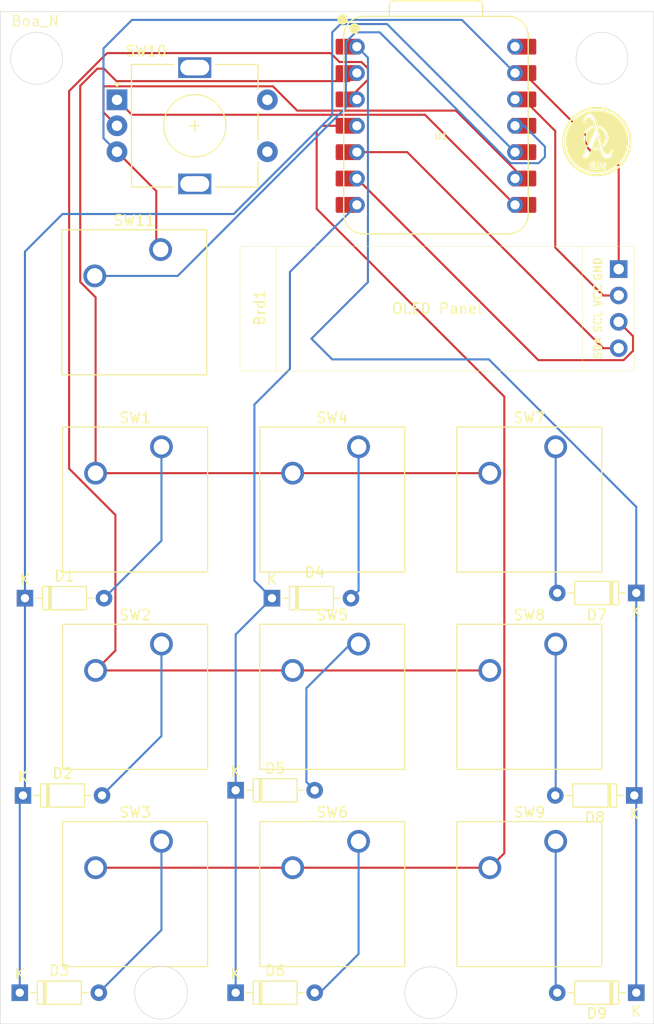
<source format=kicad_pcb>
(kicad_pcb (version 20240108) (generator "pcbnew") (generator_version "8.0")
  (layers (0 "F.Cu" signal) (31 "B.Cu" signal) (34 "B.Paste" user) (35 "F.Paste" user) (36 "B.SilkS" user "B.Silkscreen") (37 "F.SilkS" user "F.Silkscreen") (38 "B.Mask" user) (39 "F.Mask" user) (44 "Edge.Cuts" user))
  (net 0 "")
  (net 1 "Net-(Brd1-GND)")
  (net 2 "Net-(Brd1-SCL)")
  (net 3 "Net-(Brd1-SDA)")
  (net 4 "Net-(Brd1-VCC)")
  (net 5 "Net-(D1-K)")
  (net 6 "Net-(D1-A)")
  (net 7 "Net-(D2-A)")
  (net 8 "Net-(D3-A)")
  (net 9 "Net-(D4-A)")
  (net 10 "Net-(D4-K)")
  (net 11 "Net-(D5-A)")
  (net 12 "Net-(D6-A)")
  (net 13 "Net-(D7-A)")
  (net 14 "Net-(D7-K)")
  (net 15 "Net-(D8-A)")
  (net 16 "Net-(D9-A)")
  (net 17 "Net-(U1-GPIO27{slash}ADC1{slash}A1)")
  (net 18 "Net-(U1-GPIO28{slash}ADC2{slash}A2)")
  (net 19 "Net-(U1-GPIO29{slash}ADC3{slash}A3)")
  (net 20 "Net-(U1-GPIO1{slash}RX)")
  (net 21 "Net-(U1-GPIO2{slash}SCK)")
  (net 23 "Net-(U1-GPIO3{slash}MOSI)")
  (footprint "Button_Switch_Keyboard:SW_Cherry_MX_1.00u_PCB" (layer "F.Cu") (at 61.04 80.42)
    (property "Reference" "SW1" (at -2.54 -2.794 0) (layer "F.SilkS"))
    (property "Value" "SW_Push")
    (pad "" np_thru_hole circle (at -7.62 5.08) (size 1.7 1.7) (drill 1.7) (layers "*.Cu" "*.Mask"))
    (pad "" np_thru_hole circle (at -2.54 5.08) (size 4 4) (drill 4) (layers "*.Cu" "*.Mask"))
    (pad "" np_thru_hole circle (at 2.54 5.08) (size 1.7 1.7) (drill 1.7) (layers "*.Cu" "*.Mask"))
    (pad "1" thru_hole circle (at 0 0) (size 2.2 2.2) (drill 1.5) (layers "*.Cu" "*.Mask") (net 6 "Net-(D1-A)"))
    (pad "2" thru_hole circle (at -6.35 2.54) (size 2.2 2.2) (drill 1.5) (layers "*.Cu" "*.Mask") (net 17 "Net-(U1-GPIO27{slash}ADC1{slash}A1)"))
  )
  (footprint "Button_Switch_Keyboard:SW_Cherry_MX_1.00u_PCB" (layer "F.Cu") (at 99.04 118.42)
    (property "Reference" "SW9" (at -2.54 -2.794 0) (layer "F.SilkS"))
    (property "Value" "SW_Push")
    (pad "" np_thru_hole circle (at -7.62 5.08) (size 1.7 1.7) (drill 1.7) (layers "*.Cu" "*.Mask"))
    (pad "" np_thru_hole circle (at -2.54 5.08) (size 4 4) (drill 4) (layers "*.Cu" "*.Mask"))
    (pad "" np_thru_hole circle (at 2.54 5.08) (size 1.7 1.7) (drill 1.7) (layers "*.Cu" "*.Mask"))
    (pad "1" thru_hole circle (at 0 0) (size 2.2 2.2) (drill 1.5) (layers "*.Cu" "*.Mask") (net 16 "Net-(D9-A)"))
    (pad "2" thru_hole circle (at -6.35 2.54) (size 2.2 2.2) (drill 1.5) (layers "*.Cu" "*.Mask") (net 19 "Net-(U1-GPIO29{slash}ADC3{slash}A3)"))
  )
  (footprint "Diode_THT:D_DO-35_SOD27_P7.62mm_Horizontal" (layer "F.Cu") (at 106.81 94.5 180)
    (property "Reference" "D7" (at 3.81 -2.12 0) (layer "F.SilkS"))
    (property "Value" "D")
    (fp_text user "K" (at 0 -1.8 0) (layer "F.SilkS"))
    (pad "1" thru_hole rect (at 0 0 180) (size 1.6 1.6) (drill 0.8) (layers "*.Cu" "*.Mask") (net 14 "Net-(D7-K)"))
    (pad "2" thru_hole oval (at 7.62 0 180) (size 1.6 1.6) (drill 0.8) (layers "*.Cu" "*.Mask") (net 13 "Net-(D7-A)"))
  )
  (footprint "Rotary_Encoder:RotaryEncoder_Alps_EC11E-Switch_Vertical_H20mm" (layer "F.Cu") (at 56.75 47)
    (property "Reference" "SW10" (at 2.8 -4.7 0) (layer "F.SilkS"))
    (property "Value" "RotaryEncoder")
    (pad "A" thru_hole rect (at 0 0) (size 2 2) (drill 1) (layers "*.Cu" "*.Mask") (net 20 "Net-(U1-GPIO1{slash}RX)"))
    (pad "B" thru_hole circle (at 0 5) (size 2 2) (drill 1) (layers "*.Cu" "*.Mask") (net 1 "Net-(Brd1-GND)"))
    (pad "C" thru_hole circle (at 0 2.5) (size 2 2) (drill 1) (layers "*.Cu" "*.Mask") (net 21 "Net-(U1-GPIO2{slash}SCK)"))
    (pad "MP" thru_hole rect (at 7.5 -3.1) (size 3.2 2) (drill oval 2.8 1.5) (layers "*.Cu" "*.Mask"))
    (pad "MP" thru_hole rect (at 7.5 8.1) (size 3.2 2) (drill oval 2.8 1.5) (layers "*.Cu" "*.Mask"))
    (pad "S1" thru_hole circle (at 14.5 5) (size 2 2) (drill 1) (layers "*.Cu" "*.Mask"))
    (pad "S2" thru_hole circle (at 14.5 0) (size 2 2) (drill 1) (layers "*.Cu" "*.Mask"))
  )
  (footprint "Diode_THT:D_DO-35_SOD27_P7.62mm_Horizontal" (layer "F.Cu") (at 47.88 95)
    (property "Reference" "D1" (at 3.81 -2.12 0) (layer "F.SilkS"))
    (property "Value" "D")
    (fp_text user "K" (at 0 -1.8 0) (layer "F.SilkS"))
    (pad "1" thru_hole rect (at 0 0) (size 1.6 1.6) (drill 0.8) (layers "*.Cu" "*.Mask") (net 5 "Net-(D1-K)"))
    (pad "2" thru_hole oval (at 7.62 0) (size 1.6 1.6) (drill 0.8) (layers "*.Cu" "*.Mask") (net 6 "Net-(D1-A)"))
  )
  (footprint "Button_Switch_Keyboard:SW_Cherry_MX_1.00u_PCB" (layer "F.Cu") (at 80.04 80.42)
    (property "Reference" "SW4" (at -2.54 -2.794 0) (layer "F.SilkS"))
    (property "Value" "SW_Push")
    (pad "" np_thru_hole circle (at -7.62 5.08) (size 1.7 1.7) (drill 1.7) (layers "*.Cu" "*.Mask"))
    (pad "" np_thru_hole circle (at -2.54 5.08) (size 4 4) (drill 4) (layers "*.Cu" "*.Mask"))
    (pad "" np_thru_hole circle (at 2.54 5.08) (size 1.7 1.7) (drill 1.7) (layers "*.Cu" "*.Mask"))
    (pad "1" thru_hole circle (at 0 0) (size 2.2 2.2) (drill 1.5) (layers "*.Cu" "*.Mask") (net 9 "Net-(D4-A)"))
    (pad "2" thru_hole circle (at -6.35 2.54) (size 2.2 2.2) (drill 1.5) (layers "*.Cu" "*.Mask") (net 17 "Net-(U1-GPIO27{slash}ADC1{slash}A1)"))
  )
  (footprint "OPL:XIAO-ESP32C3-DIP" (layer "F.Cu") (at 87.62 49.5)
    (property "Reference" "U1" (at 0.38 1 0) (layer "F.SilkS") (effects (font (size 0.635 0.635) (thickness 0.1016))))
    (property "Value" "XIAO-RP2040-DIP")
    (pad "1" smd roundrect (at -8.575 -7.62 180) (size 2.432 1.524) (layers "F.Cu" "F.Mask") (roundrect_rratio 0.1) (net 14 "Net-(D7-K)"))
    (pad "1" thru_hole circle (at -7.74 -7.62 180) (size 1.524 1.524) (drill 0.889) (layers "*.Cu" "*.Mask") (net 14 "Net-(D7-K)"))
    (pad "2" smd roundrect (at -8.575 -5.08 180) (size 2.432 1.524) (layers "F.Cu" "F.Mask") (roundrect_rratio 0.1) (net 17 "Net-(U1-GPIO27{slash}ADC1{slash}A1)"))
    (pad "2" thru_hole circle (at -7.74 -5.08 180) (size 1.524 1.524) (drill 0.889) (layers "*.Cu" "*.Mask") (net 17 "Net-(U1-GPIO27{slash}ADC1{slash}A1)"))
    (pad "3" smd roundrect (at -8.575 -2.54 180) (size 2.432 1.524) (layers "F.Cu" "F.Mask") (roundrect_rratio 0.1) (net 18 "Net-(U1-GPIO28{slash}ADC2{slash}A2)"))
    (pad "3" thru_hole circle (at -7.74 -2.54 180) (size 1.524 1.524) (drill 0.889) (layers "*.Cu" "*.Mask") (net 18 "Net-(U1-GPIO28{slash}ADC2{slash}A2)"))
    (pad "4" smd roundrect (at -8.575 0 180) (size 2.432 1.524) (layers "F.Cu" "F.Mask") (roundrect_rratio 0.1) (net 19 "Net-(U1-GPIO29{slash}ADC3{slash}A3)"))
    (pad "4" thru_hole circle (at -7.74 0 180) (size 1.524 1.524) (drill 0.889) (layers "*.Cu" "*.Mask") (net 19 "Net-(U1-GPIO29{slash}ADC3{slash}A3)"))
    (pad "5" smd roundrect (at -8.575 2.54 180) (size 2.432 1.524) (layers "F.Cu" "F.Mask") (roundrect_rratio 0.1) (net 3 "Net-(Brd1-SDA)"))
    (pad "5" thru_hole circle (at -7.74 2.54 180) (size 1.524 1.524) (drill 0.889) (layers "*.Cu" "*.Mask") (net 3 "Net-(Brd1-SDA)"))
    (pad "6" smd roundrect (at -8.575 5.08 180) (size 2.432 1.524) (layers "F.Cu" "F.Mask") (roundrect_rratio 0.1) (net 2 "Net-(Brd1-SCL)"))
    (pad "6" thru_hole circle (at -7.74 5.08 180) (size 1.524 1.524) (drill 0.889) (layers "*.Cu" "*.Mask") (net 2 "Net-(Brd1-SCL)"))
    (pad "7" smd roundrect (at -8.575 7.62 180) (size 2.432 1.524) (layers "F.Cu" "F.Mask") (roundrect_rratio 0.1) (net 10 "Net-(D4-K)"))
    (pad "7" thru_hole circle (at -7.74 7.62 180) (size 1.524 1.524) (drill 0.889) (layers "*.Cu" "*.Mask") (net 10 "Net-(D4-K)"))
    (pad "8" thru_hole circle (at 7.5 7.62) (size 1.524 1.524) (drill 0.889) (layers "*.Cu" "*.Mask") (net 20 "Net-(U1-GPIO1{slash}RX)"))
    (pad "8" smd roundrect (at 8.335 7.62) (size 2.432 1.524) (layers "F.Cu" "F.Mask") (roundrect_rratio 0.1) (net 20 "Net-(U1-GPIO1{slash}RX)"))
    (pad "9" thru_hole circle (at 7.5 5.08) (size 1.524 1.524) (drill 0.889) (layers "*.Cu" "*.Mask") (net 21 "Net-(U1-GPIO2{slash}SCK)"))
    (pad "9" smd roundrect (at 8.335 5.08) (size 2.432 1.524) (layers "F.Cu" "F.Mask") (roundrect_rratio 0.1) (net 21 "Net-(U1-GPIO2{slash}SCK)"))
    (pad "10" thru_hole circle (at 7.5 2.54) (size 1.524 1.524) (drill 0.889) (layers "*.Cu" "*.Mask") (net 5 "Net-(D1-K)"))
    (pad "10" smd roundrect (at 8.335 2.54) (size 2.432 1.524) (layers "F.Cu" "F.Mask") (roundrect_rratio 0.1) (net 5 "Net-(D1-K)"))
    (pad "11" thru_hole circle (at 7.5 0) (size 1.524 1.524) (drill 0.889) (layers "*.Cu" "*.Mask") (net 23 "Net-(U1-GPIO3{slash}MOSI)"))
    (pad "11" smd roundrect (at 8.335 0) (size 2.432 1.524) (layers "F.Cu" "F.Mask") (roundrect_rratio 0.1) (net 23 "Net-(U1-GPIO3{slash}MOSI)"))
    (pad "12" thru_hole circle (at 7.5 -2.54) (size 1.524 1.524) (drill 0.889) (layers "*.Cu" "*.Mask") (net 4 "Net-(Brd1-VCC)"))
    (pad "12" smd roundrect (at 8.335 -2.54) (size 2.432 1.524) (layers "F.Cu" "F.Mask") (roundrect_rratio 0.1) (net 4 "Net-(Brd1-VCC)"))
    (pad "13" thru_hole circle (at 7.5 -5.08) (size 1.524 1.524) (drill 0.889) (layers "*.Cu" "*.Mask") (net 1 "Net-(Brd1-GND)"))
    (pad "13" smd roundrect (at 8.335 -5.08) (size 2.432 1.524) (layers "F.Cu" "F.Mask") (roundrect_rratio 0.1) (net 1 "Net-(Brd1-GND)"))
    (pad "14" thru_hole circle (at 7.5 -7.62) (size 1.524 1.524) (drill 0.889) (layers "*.Cu" "*.Mask"))
    (pad "14" smd roundrect (at 8.335 -7.62) (size 2.432 1.524) (layers "F.Cu" "F.Mask") (roundrect_rratio 0.1))
  )
  (footprint "Button_Switch_Keyboard:SW_Cherry_MX_1.00u_PCB" (layer "F.Cu") (at 61.04 118.42)
    (property "Reference" "SW3" (at -2.54 -2.794 0) (layer "F.SilkS"))
    (property "Value" "SW_Push")
    (pad "" np_thru_hole circle (at -7.62 5.08) (size 1.7 1.7) (drill 1.7) (layers "*.Cu" "*.Mask"))
    (pad "" np_thru_hole circle (at -2.54 5.08) (size 4 4) (drill 4) (layers "*.Cu" "*.Mask"))
    (pad "" np_thru_hole circle (at 2.54 5.08) (size 1.7 1.7) (drill 1.7) (layers "*.Cu" "*.Mask"))
    (pad "1" thru_hole circle (at 0 0) (size 2.2 2.2) (drill 1.5) (layers "*.Cu" "*.Mask") (net 8 "Net-(D3-A)"))
    (pad "2" thru_hole circle (at -6.35 2.54) (size 2.2 2.2) (drill 1.5) (layers "*.Cu" "*.Mask") (net 19 "Net-(U1-GPIO29{slash}ADC3{slash}A3)"))
  )
  (footprint "Button_Switch_Keyboard:SW_Cherry_MX_1.00u_PCB" (layer "F.Cu") (at 60.96 61.42)
    (property "Reference" "SW11" (at -2.54 -2.794 0) (layer "F.SilkS"))
    (property "Value" "SW_Push")
    (pad "" np_thru_hole circle (at -7.62 5.08) (size 1.7 1.7) (drill 1.7) (layers "*.Cu" "*.Mask"))
    (pad "" np_thru_hole circle (at -2.54 5.08) (size 4 4) (drill 4) (layers "*.Cu" "*.Mask"))
    (pad "" np_thru_hole circle (at 2.54 5.08) (size 1.7 1.7) (drill 1.7) (layers "*.Cu" "*.Mask"))
    (pad "1" thru_hole circle (at 0 0) (size 2.2 2.2) (drill 1.5) (layers "*.Cu" "*.Mask") (net 1 "Net-(Brd1-GND)"))
    (pad "2" thru_hole circle (at -6.35 2.54) (size 2.2 2.2) (drill 1.5) (layers "*.Cu" "*.Mask") (net 23 "Net-(U1-GPIO3{slash}MOSI)"))
  )
  (footprint "Button_Switch_Keyboard:SW_Cherry_MX_1.00u_PCB" (layer "F.Cu") (at 99.04 80.42)
    (property "Reference" "SW7" (at -2.54 -2.794 0) (layer "F.SilkS"))
    (property "Value" "SW_Push")
    (pad "" np_thru_hole circle (at -7.62 5.08) (size 1.7 1.7) (drill 1.7) (layers "*.Cu" "*.Mask"))
    (pad "" np_thru_hole circle (at -2.54 5.08) (size 4 4) (drill 4) (layers "*.Cu" "*.Mask"))
    (pad "" np_thru_hole circle (at 2.54 5.08) (size 1.7 1.7) (drill 1.7) (layers "*.Cu" "*.Mask"))
    (pad "1" thru_hole circle (at 0 0) (size 2.2 2.2) (drill 1.5) (layers "*.Cu" "*.Mask") (net 13 "Net-(D7-A)"))
    (pad "2" thru_hole circle (at -6.35 2.54) (size 2.2 2.2) (drill 1.5) (layers "*.Cu" "*.Mask") (net 17 "Net-(U1-GPIO27{slash}ADC1{slash}A1)"))
  )
  (footprint "LOGO" (layer "F.Cu") (at 103 51)
    (property "Reference" "G***" (hide yes))
    (property "Value" "LOGO" (hide yes))
  )
  (footprint "Button_Switch_Keyboard:SW_Cherry_MX_1.00u_PCB" (layer "F.Cu") (at 80.04 99.42)
    (property "Reference" "SW5" (at -2.54 -2.794 0) (layer "F.SilkS"))
    (property "Value" "SW_Push")
    (pad "" np_thru_hole circle (at -7.62 5.08) (size 1.7 1.7) (drill 1.7) (layers "*.Cu" "*.Mask"))
    (pad "" np_thru_hole circle (at -2.54 5.08) (size 4 4) (drill 4) (layers "*.Cu" "*.Mask"))
    (pad "" np_thru_hole circle (at 2.54 5.08) (size 1.7 1.7) (drill 1.7) (layers "*.Cu" "*.Mask"))
    (pad "1" thru_hole circle (at 0 0) (size 2.2 2.2) (drill 1.5) (layers "*.Cu" "*.Mask") (net 11 "Net-(D5-A)"))
    (pad "2" thru_hole circle (at -6.35 2.54) (size 2.2 2.2) (drill 1.5) (layers "*.Cu" "*.Mask") (net 18 "Net-(U1-GPIO28{slash}ADC2{slash}A2)"))
  )
  (footprint "Diode_THT:D_DO-35_SOD27_P7.62mm_Horizontal" (layer "F.Cu") (at 106.62 114 180)
    (property "Reference" "D8" (at 3.81 -2.12 0) (layer "F.SilkS"))
    (property "Value" "D")
    (fp_text user "K" (at 0 -1.8 0) (layer "F.SilkS"))
    (pad "1" thru_hole rect (at 0 0 180) (size 1.6 1.6) (drill 0.8) (layers "*.Cu" "*.Mask") (net 14 "Net-(D7-K)"))
    (pad "2" thru_hole oval (at 7.62 0 180) (size 1.6 1.6) (drill 0.8) (layers "*.Cu" "*.Mask") (net 15 "Net-(D8-A)"))
  )
  (footprint "Diode_THT:D_DO-35_SOD27_P7.62mm_Horizontal" (layer "F.Cu") (at 47.38 133)
    (property "Reference" "D3" (at 3.81 -2.12 0) (layer "F.SilkS"))
    (property "Value" "D")
    (fp_text user "K" (at 0 -1.8 0) (layer "F.SilkS"))
    (pad "1" thru_hole rect (at 0 0) (size 1.6 1.6) (drill 0.8) (layers "*.Cu" "*.Mask") (net 5 "Net-(D1-K)"))
    (pad "2" thru_hole oval (at 7.62 0) (size 1.6 1.6) (drill 0.8) (layers "*.Cu" "*.Mask") (net 8 "Net-(D3-A)"))
  )
  (footprint "Button_Switch_Keyboard:SW_Cherry_MX_1.00u_PCB" (layer "F.Cu") (at 61.04 99.42)
    (property "Reference" "SW2" (at -2.54 -2.794 0) (layer "F.SilkS"))
    (property "Value" "SW_Push")
    (pad "" np_thru_hole circle (at -7.62 5.08) (size 1.7 1.7) (drill 1.7) (layers "*.Cu" "*.Mask"))
    (pad "" np_thru_hole circle (at -2.54 5.08) (size 4 4) (drill 4) (layers "*.Cu" "*.Mask"))
    (pad "" np_thru_hole circle (at 2.54 5.08) (size 1.7 1.7) (drill 1.7) (layers "*.Cu" "*.Mask"))
    (pad "1" thru_hole circle (at 0 0) (size 2.2 2.2) (drill 1.5) (layers "*.Cu" "*.Mask") (net 7 "Net-(D2-A)"))
    (pad "2" thru_hole circle (at -6.35 2.54) (size 2.2 2.2) (drill 1.5) (layers "*.Cu" "*.Mask") (net 18 "Net-(U1-GPIO28{slash}ADC2{slash}A2)"))
  )
  (footprint "OLED2:SSD1306-0.91-OLED-4pin-128x32" (layer "F.Cu") (at 68.615 61.115)
    (property "Reference" "Brd1" (at 1.9 5.91 90) (layer "F.SilkS"))
    (property "Value" "SSD1306")
    (fp_text user "OLED Panel" (at 19 6 0) (layer "F.SilkS"))
    (fp_text user "SDA" (at 34.5 9.81 -90) (layer "F.SilkS") (effects (font (size 0.75 0.75))))
    (fp_text user "GND" (at 34.5 2.19 -90) (layer "F.SilkS") (effects (font (size 0.75 0.75))))
    (fp_text user "SCL" (at 34.5 7.27 -90) (layer "F.SilkS") (effects (font (size 0.75 0.75))))
    (fp_text user "VCC" (at 34.5 4.73 -90) (layer "F.SilkS") (effects (font (size 0.75 0.75))))
    (pad "1" thru_hole rect (at 36.5 2.19) (size 1.7 1.7) (drill 1) (layers "*.Cu" "*.Mask") (net 1 "Net-(Brd1-GND)"))
    (pad "2" thru_hole oval (at 36.5 4.73) (size 1.7 1.7) (drill 1) (layers "*.Cu" "*.Mask") (net 4 "Net-(Brd1-VCC)"))
    (pad "3" thru_hole oval (at 36.5 7.27) (size 1.7 1.7) (drill 1) (layers "*.Cu" "*.Mask") (net 2 "Net-(Brd1-SCL)"))
    (pad "4" thru_hole oval (at 36.5 9.81) (size 1.7 1.7) (drill 1) (layers "*.Cu" "*.Mask") (net 3 "Net-(Brd1-SDA)"))
  )
  (footprint "Diode_THT:D_DO-35_SOD27_P7.62mm_Horizontal" (layer "F.Cu") (at 47.69 114)
    (property "Reference" "D2" (at 3.81 -2.12 0) (layer "F.SilkS"))
    (property "Value" "D")
    (fp_text user "K" (at 0 -1.8 0) (layer "F.SilkS"))
    (pad "1" thru_hole rect (at 0 0) (size 1.6 1.6) (drill 0.8) (layers "*.Cu" "*.Mask") (net 5 "Net-(D1-K)"))
    (pad "2" thru_hole oval (at 7.62 0) (size 1.6 1.6) (drill 0.8) (layers "*.Cu" "*.Mask") (net 7 "Net-(D2-A)"))
  )
  (footprint "Diode_THT:D_DO-35_SOD27_P7.62mm_Horizontal" (layer "F.Cu") (at 68.19 133)
    (property "Reference" "D6" (at 3.81 -2.12 0) (layer "F.SilkS"))
    (property "Value" "D")
    (fp_text user "K" (at 0 -1.8 0) (layer "F.SilkS"))
    (pad "1" thru_hole rect (at 0 0) (size 1.6 1.6) (drill 0.8) (layers "*.Cu" "*.Mask") (net 10 "Net-(D4-K)"))
    (pad "2" thru_hole oval (at 7.62 0) (size 1.6 1.6) (drill 0.8) (layers "*.Cu" "*.Mask") (net 12 "Net-(D6-A)"))
  )
  (footprint "Diode_THT:D_DO-35_SOD27_P7.62mm_Horizontal" (layer "F.Cu") (at 68.19 113.5)
    (property "Reference" "D5" (at 3.81 -2.12 0) (layer "F.SilkS"))
    (property "Value" "D")
    (fp_text user "K" (at 0 -1.8 0) (layer "F.SilkS"))
    (pad "1" thru_hole rect (at 0 0) (size 1.6 1.6) (drill 0.8) (layers "*.Cu" "*.Mask") (net 10 "Net-(D4-K)"))
    (pad "2" thru_hole oval (at 7.62 0) (size 1.6 1.6) (drill 0.8) (layers "*.Cu" "*.Mask") (net 11 "Net-(D5-A)"))
  )
  (footprint "Diode_THT:D_DO-35_SOD27_P7.62mm_Horizontal" (layer "F.Cu") (at 71.69 95)
    (property "Reference" "D4" (at 4.12 -2.5 0) (layer "F.SilkS"))
    (property "Value" "D")
    (fp_text user "K" (at 0 -1.8 0) (layer "F.SilkS"))
    (pad "1" thru_hole rect (at 0 0) (size 1.6 1.6) (drill 0.8) (layers "*.Cu" "*.Mask") (net 10 "Net-(D4-K)"))
    (pad "2" thru_hole oval (at 7.62 0) (size 1.6 1.6) (drill 0.8) (layers "*.Cu" "*.Mask") (net 9 "Net-(D4-A)"))
  )
  (footprint "Diode_THT:D_DO-35_SOD27_P7.62mm_Horizontal" (layer "F.Cu") (at 106.81 133 180)
    (property "Reference" "D9" (at 3.81 -2 0) (layer "F.SilkS"))
    (property "Value" "D")
    (fp_text user "K" (at 0 -1.8 0) (layer "F.SilkS"))
    (pad "1" thru_hole rect (at 0 0 180) (size 1.6 1.6) (drill 0.8) (layers "*.Cu" "*.Mask") (net 14 "Net-(D7-K)"))
    (pad "2" thru_hole oval (at 7.62 0 180) (size 1.6 1.6) (drill 0.8) (layers "*.Cu" "*.Mask") (net 16 "Net-(D9-A)"))
  )
  (footprint "Button_Switch_Keyboard:SW_Cherry_MX_1.00u_PCB" (layer "F.Cu") (at 99.04 99.42)
    (property "Reference" "SW8" (at -2.54 -2.794 0) (layer "F.SilkS"))
    (property "Value" "SW_Push")
    (pad "" np_thru_hole circle (at -7.62 5.08) (size 1.7 1.7) (drill 1.7) (layers "*.Cu" "*.Mask"))
    (pad "" np_thru_hole circle (at -2.54 5.08) (size 4 4) (drill 4) (layers "*.Cu" "*.Mask"))
    (pad "" np_thru_hole circle (at 2.54 5.08) (size 1.7 1.7) (drill 1.7) (layers "*.Cu" "*.Mask"))
    (pad "1" thru_hole circle (at 0 0) (size 2.2 2.2) (drill 1.5) (layers "*.Cu" "*.Mask") (net 15 "Net-(D8-A)"))
    (pad "2" thru_hole circle (at -6.35 2.54) (size 2.2 2.2) (drill 1.5) (layers "*.Cu" "*.Mask") (net 18 "Net-(U1-GPIO28{slash}ADC2{slash}A2)"))
  )
  (footprint "Button_Switch_Keyboard:SW_Cherry_MX_1.00u_PCB" (layer "F.Cu") (at 80.04 118.42)
    (property "Reference" "SW6" (at -2.54 -2.794 0) (layer "F.SilkS"))
    (property "Value" "SW_Push")
    (pad "" np_thru_hole circle (at -7.62 5.08) (size 1.7 1.7) (drill 1.7) (layers "*.Cu" "*.Mask"))
    (pad "" np_thru_hole circle (at -2.54 5.08) (size 4 4) (drill 4) (layers "*.Cu" "*.Mask"))
    (pad "" np_thru_hole circle (at 2.54 5.08) (size 1.7 1.7) (drill 1.7) (layers "*.Cu" "*.Mask"))
    (pad "1" thru_hole circle (at 0 0) (size 2.2 2.2) (drill 1.5) (layers "*.Cu" "*.Mask") (net 12 "Net-(D6-A)"))
    (pad "2" thru_hole circle (at -6.35 2.54) (size 2.2 2.2) (drill 1.5) (layers "*.Cu" "*.Mask") (net 19 "Net-(U1-GPIO29{slash}ADC3{slash}A3)"))
  )
  (gr_circle (center 87 133) (end 89.5 133) (stroke (width 0.05)) (fill none) (layer "Edge.Cuts"))
  (gr_circle (center 49 43) (end 50.5 41) (stroke (width 0.05)) (fill none) (layer "Edge.Cuts"))
  (gr_circle (center 103.5 43) (end 105.5 41.5) (stroke (width 0.05)) (fill none) (layer "Edge.Cuts"))
  (gr_rect (start 45.5 38.5) (end 108.5 136) (stroke (width 0.05)) (fill none) (layer "Edge.Cuts"))
  (gr_circle (center 61 133) (end 63.5 132.5) (stroke (width 0.05)) (fill none) (layer "Edge.Cuts"))
  (gr_text "Boa_N" (at 46.5 40 0) (layer "F.SilkS") (effects (font (size 1 1) (thickness 0.1)) (justify left bottom)))
  (segment (start 102 50.465) (end 95.955 44.42) (width 0.2) (layer "F.Cu") (net 1))
  (segment (start 104.538724 52.80728) (end 104.433882 52.782765) (width 0.2) (layer "F.Cu") (net 1))
  (segment (start 105.115 53.33737) (end 105.115 63.305) (width 0.2) (layer "F.Cu") (net 1))
  (segment (start 60.54 61.42) (end 60.54 55.79) (width 0.2) (layer "F.Cu") (net 1))
  (segment (start 103.282765 52.782765) (end 102 51.5) (width 0.2) (layer "F.Cu") (net 1))
  (segment (start 105.115 53.33737) (end 104.589832 52.812202) (width 0.2) (layer "F.Cu") (net 1))
  (segment (start 104.589832 52.812202) (end 104.538724 52.80728) (width 0.2) (layer "F.Cu") (net 1))
  (segment (start 104.433882 52.782765) (end 103.282765 52.782765) (width 0.2) (layer "F.Cu") (net 1))
  (segment (start 95.12 44.42) (end 96.19763 44.42) (width 0.2) (layer "F.Cu") (net 1))
  (segment (start 102 51.5) (end 102 50.465) (width 0.2) (layer "F.Cu") (net 1))
  (segment (start 60.54 55.79) (end 56.75 52) (width 0.2) (layer "F.Cu") (net 1))
  (segment (start 55.45 42.05) (end 58.2 39.3) (width 0.2) (layer "B.Cu") (net 1))
  (segment (start 55.45 50.7) (end 55.45 42.05) (width 0.2) (layer "B.Cu") (net 1))
  (segment (start 56.75 52) (end 55.45 50.7) (width 0.2) (layer "B.Cu") (net 1))
  (segment (start 58.2 39.3) (end 90 39.3) (width 0.2) (layer "B.Cu") (net 1))
  (segment (start 90 39.3) (end 95.12 44.42) (width 0.2) (layer "B.Cu") (net 1))
  (segment (start 106.5 69.77) (end 105.115 68.385) (width 0.2) (layer "F.Cu") (net 2))
  (segment (start 105.591346 72.075) (end 106.5 71.166346) (width 0.2) (layer "F.Cu") (net 2))
  (segment (start 97.375 72.075) (end 79.88 54.58) (width 0.2) (layer "F.Cu") (net 2))
  (segment (start 106.5 71.166346) (end 106.5 69.77) (width 0.2) (layer "F.Cu") (net 2))
  (segment (start 97.375 72.075) (end 105.591346 72.075) (width 0.2) (layer "F.Cu") (net 2))
  (segment (start 79.88 52.04) (end 84.73 52.04) (width 0.2) (layer "F.Cu") (net 3))
  (segment (start 84.73 52.04) (end 103.615 70.925) (width 0.2) (layer "F.Cu") (net 3))
  (segment (start 103.615 70.925) (end 105.115 70.925) (width 0.2) (layer "F.Cu") (net 3))
  (segment (start 103.615 65.845) (end 99 61.23) (width 0.2) (layer "F.Cu") (net 4))
  (segment (start 99 50) (end 98.995 50) (width 0.2) (layer "F.Cu") (net 4))
  (segment (start 103.615 65.845) (end 105.115 65.845) (width 0.2) (layer "F.Cu") (net 4))
  (segment (start 99 61.23) (end 99 50) (width 0.2) (layer "F.Cu") (net 4))
  (segment (start 98.995 50) (end 95.955 46.96) (width 0.2) (layer "F.Cu") (net 4))
  (segment (start 47.38 114.31) (end 47.69 114) (width 0.2) (layer "B.Cu") (net 5))
  (segment (start 82.78 39.7) (end 95.12 52.04) (width 0.2) (layer "B.Cu") (net 5))
  (segment (start 68 58) (end 77.5 48.5) (width 0.2) (layer "B.Cu") (net 5))
  (segment (start 47.88 95) (end 47.88 113.81) (width 0.2) (layer "B.Cu") (net 5))
  (segment (start 47.88 95) (end 47.88 61.62) (width 0.2) (layer "B.Cu") (net 5))
  (segment (start 51.5 58) (end 68 58) (width 0.2) (layer "B.Cu") (net 5))
  (segment (start 77.5 40.5) (end 78.3 39.7) (width 0.2) (layer "B.Cu") (net 5))
  (segment (start 78.3 39.7) (end 82.78 39.7) (width 0.2) (layer "B.Cu") (net 5))
  (segment (start 77.5 48.5) (end 77.5 40.5) (width 0.2) (layer "B.Cu") (net 5))
  (segment (start 47.38 133) (end 47.38 114.31) (width 0.2) (layer "B.Cu") (net 5))
  (segment (start 47.88 113.81) (end 47.69 114) (width 0.2) (layer "B.Cu") (net 5))
  (segment (start 47.88 61.62) (end 51.5 58) (width 0.2) (layer "B.Cu") (net 5))
  (segment (start 61.04 89.46) (end 61.04 80.42) (width 0.2) (layer "B.Cu") (net 6))
  (segment (start 55.5 95) (end 61.04 89.46) (width 0.2) (layer "B.Cu") (net 6))
  (segment (start 61.04 108.27) (end 61.04 99.42) (width 0.2) (layer "B.Cu") (net 7))
  (segment (start 55.31 114) (end 61.04 108.27) (width 0.2) (layer "B.Cu") (net 7))
  (segment (start 55 133) (end 61.04 126.96) (width 0.2) (layer "B.Cu") (net 8))
  (segment (start 61.04 126.96) (end 61.04 118.42) (width 0.2) (layer "B.Cu") (net 8))
  (segment (start 80.04 94.27) (end 80.04 80.42) (width 0.2) (layer "B.Cu") (net 9))
  (segment (start 79.31 95) (end 80.04 94.27) (width 0.2) (layer "B.Cu") (net 9))
  (segment (start 73.423418 63.576582) (end 79.88 57.12) (width 0.2) (layer "B.Cu") (net 10))
  (segment (start 68.19 98.5) (end 71.69 95) (width 0.2) (layer "B.Cu") (net 10))
  (segment (start 73.423418 72.923418) (end 70 76.346837) (width 0.2) (layer "B.Cu") (net 10))
  (segment (start 70 76.346837) (end 70 93.31) (width 0.2) (layer "B.Cu") (net 10))
  (segment (start 68.19 133.5) (end 68.19 113.5) (width 0.2) (layer "B.Cu") (net 10))
  (segment (start 70 93.31) (end 71.69 95) (width 0.2) (layer "B.Cu") (net 10))
  (segment (start 68.19 113.5) (end 68.19 98.5) (width 0.2) (layer "B.Cu") (net 10))
  (segment (start 73.423418 72.923418) (end 73.423418 63.576582) (width 0.2) (layer "B.Cu") (net 10))
  (segment (start 79.256598 99.42) (end 80.04 99.42) (width 0.2) (layer "B.Cu") (net 11))
  (segment (start 75.010001 103.666597) (end 79.256598 99.42) (width 0.2) (layer "B.Cu") (net 11))
  (segment (start 75.81 113.5) (end 75.010001 112.700001) (width 0.2) (layer "B.Cu") (net 11))
  (segment (start 75.010001 112.700001) (end 75.010001 103.666597) (width 0.2) (layer "B.Cu") (net 11))
  (segment (start 80.04 129.27) (end 80.04 118.42) (width 0.2) (layer "B.Cu") (net 12))
  (segment (start 75.81 133.5) (end 80.04 129.27) (width 0.2) (layer "B.Cu") (net 12))
  (segment (start 99.04 94.35) (end 99.19 94.5) (width 0.2) (layer "B.Cu") (net 13))
  (segment (start 99.04 80.42) (end 99.04 94.35) (width 0.2) (layer "B.Cu") (net 13))
  (segment (start 75.5 70) (end 80.942 64.558) (width 0.2) (layer "B.Cu") (net 14))
  (segment (start 106.81 86.210101) (end 92.599899 72) (width 0.2) (layer "B.Cu") (net 14))
  (segment (start 106.81 94.5) (end 106.81 86.210101) (width 0.2) (layer "B.Cu") (net 14))
  (segment (start 80.942 42.942) (end 79.88 41.88) (width 0.2) (layer "B.Cu") (net 14))
  (segment (start 106.81 94.5) (end 106.81 113.81) (width 0.2) (layer "B.Cu") (net 14))
  (segment (start 77.5 72) (end 75.5 70) (width 0.2) (layer "B.Cu") (net 14))
  (segment (start 106.81 114.19) (end 106.62 114) (width 0.2) (layer "B.Cu") (net 14))
  (segment (start 106.81 113.81) (end 106.62 114) (width 0.2) (layer "B.Cu") (net 14))
  (segment (start 92.599899 72) (end 77.5 72) (width 0.2) (layer "B.Cu") (net 14))
  (segment (start 106.81 133) (end 106.81 114.19) (width 0.2) (layer "B.Cu") (net 14))
  (segment (start 80.942 64.558) (end 80.942 42.942) (width 0.2) (layer "B.Cu") (net 14))
  (segment (start 99.04 113.96) (end 99 114) (width 0.2) (layer "B.Cu") (net 15))
  (segment (start 99.04 99.42) (end 99.04 113.96) (width 0.2) (layer "B.Cu") (net 15))
  (segment (start 99.04 132.85) (end 99.19 133) (width 0.2) (layer "B.Cu") (net 16))
  (segment (start 99.04 118.42) (end 99.04 132.85) (width 0.2) (layer "B.Cu") (net 16))
  (segment (start 79.1 45.2) (end 79.88 44.42) (width 0.2) (layer "F.Cu") (net 17))
  (segment (start 54.54 82.96) (end 54.69 82.81) (width 0.2) (layer "F.Cu") (net 17))
  (segment (start 54.69 82.81) (end 54.69 66.019899) (width 0.2) (layer "F.Cu") (net 17))
  (segment (start 55.5 44) (end 56.7 45.2) (width 0.2) (layer "F.Cu") (net 17))
  (segment (start 53.21 64.539899) (end 53.21 45.6485) (width 0.2) (layer "F.Cu") (net 17))
  (segment (start 54.69 66.019899) (end 53.21 64.539899) (width 0.2) (layer "F.Cu") (net 17))
  (segment (start 54.8585 44) (end 55.5 44) (width 0.2) (layer "F.Cu") (net 17))
  (segment (start 92.69 82.96) (end 73.69 82.96) (width 0.2) (layer "F.Cu") (net 17))
  (segment (start 56.7 45.2) (end 79.1 45.2) (width 0.2) (layer "F.Cu") (net 17))
  (segment (start 54.69 82.96) (end 54.54 82.96) (width 0.2) (layer "F.Cu") (net 17))
  (segment (start 53.21 45.6485) (end 54.8585 44) (width 0.2) (layer "F.Cu") (net 17))
  (segment (start 73.69 82.96) (end 54.69 82.96) (width 0.2) (layer "F.Cu") (net 17))
  (segment (start 56.6 100.05) (end 56.6 86.982944) (width 0.2) (layer "F.Cu") (net 18))
  (segment (start 80.319895 43.358) (end 80.942 43.980105) (width 0.2) (layer "F.Cu") (net 18))
  (segment (start 78.205786 43.358) (end 80.319895 43.358) (width 0.2) (layer "F.Cu") (net 18))
  (segment (start 55.792814 42.5) (end 77.347786 42.5) (width 0.2) (layer "F.Cu") (net 18))
  (segment (start 52.14 46.152814) (end 55.792814 42.5) (width 0.2) (layer "F.Cu") (net 18))
  (segment (start 73.69 101.96) (end 54.69 101.96) (width 0.2) (layer "F.Cu") (net 18))
  (segment (start 56.6 86.982944) (end 52.14 82.522944) (width 0.2) (layer "F.Cu") (net 18))
  (segment (start 80.942 45.063) (end 79.045 46.96) (width 0.2) (layer "F.Cu") (net 18))
  (segment (start 77.347786 42.5) (end 78.205786 43.358) (width 0.2) (layer "F.Cu") (net 18))
  (segment (start 54.69 101.96) (end 56.6 100.05) (width 0.2) (layer "F.Cu") (net 18))
  (segment (start 92.69 101.96) (end 73.69 101.96) (width 0.2) (layer "F.Cu") (net 18))
  (segment (start 52.14 82.522944) (end 52.14 46.152814) (width 0.2) (layer "F.Cu") (net 18))
  (segment (start 80.942 43.980105) (end 80.942 45.063) (width 0.2) (layer "F.Cu") (net 18))
  (segment (start 76 57.5) (end 76 50) (width 0.2) (layer "F.Cu") (net 19))
  (segment (start 73.69 120.96) (end 54.69 120.96) (width 0.2) (layer "F.Cu") (net 19))
  (segment (start 94.09 75.59) (end 76 57.5) (width 0.2) (layer "F.Cu") (net 19))
  (segment (start 94.09 119.56) (end 94.09 75.59) (width 0.2) (layer "F.Cu") (net 19))
  (segment (start 76.5 49.5) (end 79.045 49.5) (width 0.2) (layer "F.Cu") (net 19))
  (segment (start 76 50) (end 76.5 49.5) (width 0.2) (layer "F.Cu") (net 19))
  (segment (start 92.69 120.96) (end 94.09 119.56) (width 0.2) (layer "F.Cu") (net 19))
  (segment (start 92.69 120.96) (end 73.69 120.96) (width 0.2) (layer "F.Cu") (net 19))
  (segment (start 86.438 48.438) (end 95.12 57.12) (width 0.2) (layer "F.Cu") (net 20))
  (segment (start 56.75 47) (end 58.188 48.438) (width 0.2) (layer "F.Cu") (net 20))
  (segment (start 58.188 48.438) (end 86.438 48.438) (width 0.2) (layer "F.Cu") (net 20))
  (segment (start 55.45 48.2) (end 55.45 45.7) (width 0.2) (layer "F.Cu") (net 21))
  (segment (start 74.126478 48.038) (end 89.413 48.038) (width 0.2) (layer "F.Cu") (net 21))
  (segment (start 56.75 49.5) (end 55.45 48.2) (width 0.2) (layer "F.Cu") (net 21))
  (segment (start 55.45 45.7) (end 71.788478 45.7) (width 0.2) (layer "F.Cu") (net 21))
  (segment (start 89.413 48.038) (end 95.955 54.58) (width 0.2) (layer "F.Cu") (net 21))
  (segment (start 71.788478 45.7) (end 74.126478 48.038) (width 0.2) (layer "F.Cu") (net 21))
  (segment (start 96 49.5) (end 95.12 49.5) (width 0.2) (layer "B.Cu") (net 23))
  (segment (start 78.818 47.747686) (end 78.818 41.440105) (width 0.2) (layer "B.Cu") (net 23))
  (segment (start 78.818 41.440105) (end 79.758105 40.5) (width 0.2) (layer "B.Cu") (net 23))
  (segment (start 79.758105 40.5) (end 82.078105 40.5) (width 0.2) (layer "B.Cu") (net 23))
  (segment (start 82.078105 40.5) (end 94.680105 53.102) (width 0.2) (layer "B.Cu") (net 23))
  (segment (start 98 51.5) (end 96 49.5) (width 0.2) (layer "B.Cu") (net 23))
  (segment (start 98 52.5) (end 98 51.5) (width 0.2) (layer "B.Cu") (net 23))
  (segment (start 54.19 63.96) (end 62.605686 63.96) (width 0.2) (layer "B.Cu") (net 23))
  (segment (start 94.680105 53.102) (end 97.398 53.102) (width 0.2) (layer "B.Cu") (net 23))
  (segment (start 97.398 53.102) (end 98 52.5) (width 0.2) (layer "B.Cu") (net 23))
  (segment (start 62.605686 63.96) (end 78.818 47.747686) (width 0.2) (layer "B.Cu") (net 23))
)
</source>
